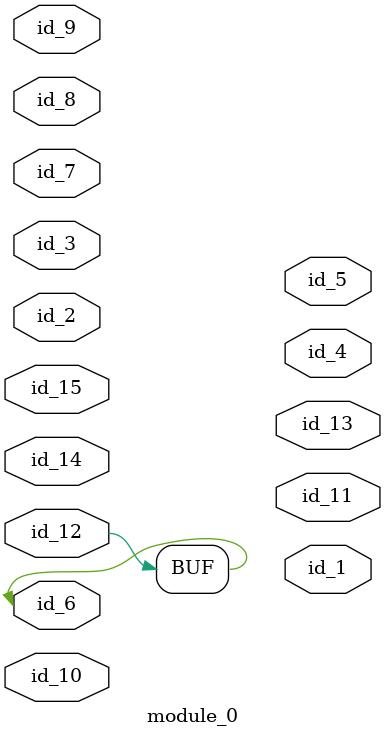
<source format=v>
module module_0 (
    id_1,
    id_2,
    id_3,
    id_4,
    id_5,
    id_6,
    id_7,
    id_8,
    id_9,
    id_10,
    id_11,
    id_12,
    id_13,
    id_14,
    id_15
);
  input id_15;
  inout id_14;
  output id_13;
  inout id_12;
  output id_11;
  inout id_10;
  input id_9;
  input id_8;
  input id_7;
  inout id_6;
  output id_5;
  output id_4;
  inout id_3;
  inout id_2;
  output id_1;
  assign id_6 = (id_12);
endmodule

</source>
